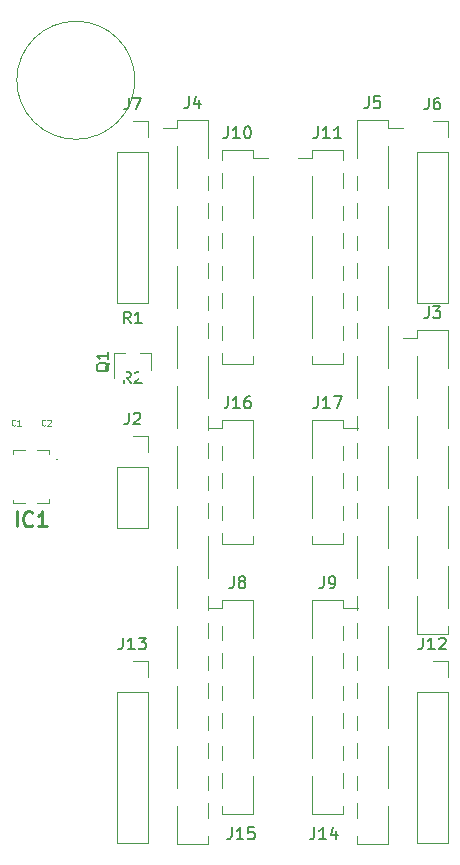
<source format=gto>
G04 #@! TF.GenerationSoftware,KiCad,Pcbnew,(5.1.4)-1*
G04 #@! TF.CreationDate,2021-07-20T22:26:21+09:00*
G04 #@! TF.ProjectId,UAV2021_ver3_panelizing,55415632-3032-4315-9f76-6572335f7061,rev?*
G04 #@! TF.SameCoordinates,Original*
G04 #@! TF.FileFunction,Legend,Top*
G04 #@! TF.FilePolarity,Positive*
%FSLAX46Y46*%
G04 Gerber Fmt 4.6, Leading zero omitted, Abs format (unit mm)*
G04 Created by KiCad (PCBNEW (5.1.4)-1) date 2021-07-20 22:26:21*
%MOMM*%
%LPD*%
G04 APERTURE LIST*
%ADD10C,0.120000*%
%ADD11C,0.100000*%
%ADD12C,0.150000*%
%ADD13C,0.254000*%
%ADD14R,2.002000X1.102000*%
%ADD15C,4.502000*%
%ADD16C,0.802000*%
%ADD17R,0.902000X1.002000*%
%ADD18C,0.692000*%
%ADD19O,1.802000X1.802000*%
%ADD20R,1.802000X1.802000*%
%ADD21R,0.352000X0.777000*%
%ADD22R,0.777000X0.352000*%
G04 APERTURE END LIST*
D10*
X-12500000Y34000000D02*
G75*
G03X-12500000Y34000000I-5000000J0D01*
G01*
X2480000Y-10000000D02*
X5140000Y-10000000D01*
X5140000Y-10000000D02*
X5140000Y-10670000D01*
X5140000Y-12190000D02*
X5140000Y-15750000D01*
X5140000Y-17270000D02*
X5140000Y-20830000D01*
X5140000Y-22350000D02*
X5140000Y-25910000D01*
X5140000Y-27430000D02*
X5140000Y-28100000D01*
X2480000Y-28100000D02*
X5140000Y-28100000D01*
X2480000Y-10000000D02*
X2480000Y-13210000D01*
X2480000Y-14730000D02*
X2480000Y-18290000D01*
X2480000Y-19810000D02*
X2480000Y-23370000D01*
X2480000Y-24890000D02*
X2480000Y-28100000D01*
X5140000Y-10670000D02*
X6350000Y-10670000D01*
X-5140000Y-10000000D02*
X-2480000Y-10000000D01*
X-2480000Y-10000000D02*
X-2480000Y-13210000D01*
X-2480000Y-14730000D02*
X-2480000Y-18290000D01*
X-2480000Y-19810000D02*
X-2480000Y-23370000D01*
X-2480000Y-24890000D02*
X-2480000Y-28100000D01*
X-5140000Y-28100000D02*
X-2480000Y-28100000D01*
X-5140000Y-10000000D02*
X-5140000Y-10670000D01*
X-5140000Y-12190000D02*
X-5140000Y-15750000D01*
X-5140000Y-17270000D02*
X-5140000Y-20830000D01*
X-5140000Y-22350000D02*
X-5140000Y-25910000D01*
X-5140000Y-27430000D02*
X-5140000Y-28100000D01*
X-6350000Y-10670000D02*
X-5140000Y-10670000D01*
X-5140000Y5240000D02*
X-2480000Y5240000D01*
X-2480000Y5240000D02*
X-2480000Y2030000D01*
X-2480000Y510000D02*
X-2480000Y-3050000D01*
X-2480000Y-4570000D02*
X-2480000Y-5240000D01*
X-5140000Y-5240000D02*
X-2480000Y-5240000D01*
X-5140000Y5240000D02*
X-5140000Y4570000D01*
X-5140000Y3050000D02*
X-5140000Y-510000D01*
X-5140000Y-2030000D02*
X-5140000Y-5240000D01*
X-6350000Y4570000D02*
X-5140000Y4570000D01*
X1270000Y27430000D02*
X2480000Y27430000D01*
X2480000Y10670000D02*
X2480000Y10000000D01*
X2480000Y15750000D02*
X2480000Y12190000D01*
X2480000Y20830000D02*
X2480000Y17270000D01*
X2480000Y25910000D02*
X2480000Y22350000D01*
X2480000Y28100000D02*
X2480000Y27430000D01*
X2480000Y10000000D02*
X5140000Y10000000D01*
X5140000Y13210000D02*
X5140000Y10000000D01*
X5140000Y18290000D02*
X5140000Y14730000D01*
X5140000Y23370000D02*
X5140000Y19810000D01*
X5140000Y28100000D02*
X5140000Y24890000D01*
X2480000Y28100000D02*
X5140000Y28100000D01*
X-11120000Y10920000D02*
X-12050000Y10920000D01*
X-14280000Y10920000D02*
X-13350000Y10920000D01*
X-14280000Y10920000D02*
X-14280000Y8760000D01*
X-11120000Y10920000D02*
X-11120000Y9460000D01*
X11370000Y12860000D02*
X14030000Y12860000D01*
X14030000Y12860000D02*
X14030000Y9650000D01*
X14030000Y8130000D02*
X14030000Y4570000D01*
X14030000Y3050000D02*
X14030000Y-510000D01*
X14030000Y-2030000D02*
X14030000Y-5590000D01*
X14030000Y-7110000D02*
X14030000Y-10670000D01*
X14030000Y-12190000D02*
X14030000Y-12860000D01*
X11370000Y-12860000D02*
X14030000Y-12860000D01*
X11370000Y12860000D02*
X11370000Y12190000D01*
X11370000Y10670000D02*
X11370000Y7110000D01*
X11370000Y5590000D02*
X11370000Y2030000D01*
X11370000Y510000D02*
X11370000Y-3050000D01*
X11370000Y-4570000D02*
X11370000Y-8130000D01*
X11370000Y-9650000D02*
X11370000Y-12860000D01*
X10160000Y12190000D02*
X11370000Y12190000D01*
X-12700000Y-15180000D02*
X-11370000Y-15180000D01*
X-11370000Y-15180000D02*
X-11370000Y-16510000D01*
X-11370000Y-17780000D02*
X-11370000Y-30540000D01*
X-14030000Y-30540000D02*
X-11370000Y-30540000D01*
X-14030000Y-17780000D02*
X-14030000Y-30540000D01*
X-14030000Y-17780000D02*
X-11370000Y-17780000D01*
X11370000Y-17780000D02*
X14030000Y-17780000D01*
X11370000Y-17780000D02*
X11370000Y-30540000D01*
X11370000Y-30540000D02*
X14030000Y-30540000D01*
X14030000Y-17780000D02*
X14030000Y-30540000D01*
X14030000Y-15180000D02*
X14030000Y-16510000D01*
X12700000Y-15180000D02*
X14030000Y-15180000D01*
X-14030000Y27940000D02*
X-11370000Y27940000D01*
X-14030000Y27940000D02*
X-14030000Y15180000D01*
X-14030000Y15180000D02*
X-11370000Y15180000D01*
X-11370000Y27940000D02*
X-11370000Y15180000D01*
X-11370000Y30540000D02*
X-11370000Y29210000D01*
X-12700000Y30540000D02*
X-11370000Y30540000D01*
X12700000Y30540000D02*
X14030000Y30540000D01*
X14030000Y30540000D02*
X14030000Y29210000D01*
X14030000Y27940000D02*
X14030000Y15180000D01*
X11370000Y15180000D02*
X14030000Y15180000D01*
X11370000Y27940000D02*
X11370000Y15180000D01*
X11370000Y27940000D02*
X14030000Y27940000D01*
X-14030000Y1270000D02*
X-11370000Y1270000D01*
X-14030000Y1270000D02*
X-14030000Y-3870000D01*
X-14030000Y-3870000D02*
X-11370000Y-3870000D01*
X-11370000Y1270000D02*
X-11370000Y-3870000D01*
X-11370000Y3870000D02*
X-11370000Y2540000D01*
X-12700000Y3870000D02*
X-11370000Y3870000D01*
X6290000Y30640000D02*
X8950000Y30640000D01*
X8950000Y30640000D02*
X8950000Y29970000D01*
X8950000Y28450000D02*
X8950000Y24890000D01*
X8950000Y23370000D02*
X8950000Y19810000D01*
X8950000Y18290000D02*
X8950000Y14730000D01*
X8950000Y13210000D02*
X8950000Y9650000D01*
X8950000Y8130000D02*
X8950000Y4570000D01*
X8950000Y3050000D02*
X8950000Y-510000D01*
X8950000Y-2030000D02*
X8950000Y-5590000D01*
X8950000Y-7110000D02*
X8950000Y-10670000D01*
X8950000Y-12190000D02*
X8950000Y-15750000D01*
X8950000Y-17270000D02*
X8950000Y-20830000D01*
X8950000Y-22350000D02*
X8950000Y-25910000D01*
X8950000Y-27430000D02*
X8950000Y-30640000D01*
X6290000Y-30640000D02*
X8950000Y-30640000D01*
X6290000Y30640000D02*
X6290000Y27430000D01*
X6290000Y25910000D02*
X6290000Y22350000D01*
X6290000Y20830000D02*
X6290000Y17270000D01*
X6290000Y15750000D02*
X6290000Y12190000D01*
X6290000Y10670000D02*
X6290000Y7110000D01*
X6290000Y5590000D02*
X6290000Y2030000D01*
X6290000Y510000D02*
X6290000Y-3050000D01*
X6290000Y-4570000D02*
X6290000Y-8130000D01*
X6290000Y-9650000D02*
X6290000Y-13210000D01*
X6290000Y-14730000D02*
X6290000Y-18290000D01*
X6290000Y-19810000D02*
X6290000Y-23370000D01*
X6290000Y-24890000D02*
X6290000Y-28450000D01*
X6290000Y-29970000D02*
X6290000Y-30640000D01*
X8950000Y29970000D02*
X10160000Y29970000D01*
X-2480000Y27430000D02*
X-1270000Y27430000D01*
X-5140000Y13210000D02*
X-5140000Y10000000D01*
X-5140000Y18290000D02*
X-5140000Y14730000D01*
X-5140000Y23370000D02*
X-5140000Y19810000D01*
X-5140000Y28100000D02*
X-5140000Y24890000D01*
X-5140000Y10000000D02*
X-2480000Y10000000D01*
X-2480000Y10670000D02*
X-2480000Y10000000D01*
X-2480000Y15750000D02*
X-2480000Y12190000D01*
X-2480000Y20830000D02*
X-2480000Y17270000D01*
X-2480000Y25910000D02*
X-2480000Y22350000D01*
X-2480000Y28100000D02*
X-2480000Y27430000D01*
X-5140000Y28100000D02*
X-2480000Y28100000D01*
X-10160000Y29970000D02*
X-8950000Y29970000D01*
X-8950000Y-27430000D02*
X-8950000Y-30640000D01*
X-8950000Y-22350000D02*
X-8950000Y-25910000D01*
X-8950000Y-17270000D02*
X-8950000Y-20830000D01*
X-8950000Y-12190000D02*
X-8950000Y-15750000D01*
X-8950000Y-7110000D02*
X-8950000Y-10670000D01*
X-8950000Y-2030000D02*
X-8950000Y-5590000D01*
X-8950000Y3050000D02*
X-8950000Y-510000D01*
X-8950000Y8130000D02*
X-8950000Y4570000D01*
X-8950000Y13210000D02*
X-8950000Y9650000D01*
X-8950000Y18290000D02*
X-8950000Y14730000D01*
X-8950000Y23370000D02*
X-8950000Y19810000D01*
X-8950000Y28450000D02*
X-8950000Y24890000D01*
X-8950000Y30640000D02*
X-8950000Y29970000D01*
X-8950000Y-30640000D02*
X-6290000Y-30640000D01*
X-6290000Y-29970000D02*
X-6290000Y-30640000D01*
X-6290000Y-24890000D02*
X-6290000Y-28450000D01*
X-6290000Y-19810000D02*
X-6290000Y-23370000D01*
X-6290000Y-14730000D02*
X-6290000Y-18290000D01*
X-6290000Y-9650000D02*
X-6290000Y-13210000D01*
X-6290000Y-4570000D02*
X-6290000Y-8130000D01*
X-6290000Y510000D02*
X-6290000Y-3050000D01*
X-6290000Y5590000D02*
X-6290000Y2030000D01*
X-6290000Y10670000D02*
X-6290000Y7110000D01*
X-6290000Y15750000D02*
X-6290000Y12190000D01*
X-6290000Y20830000D02*
X-6290000Y17270000D01*
X-6290000Y25910000D02*
X-6290000Y22350000D01*
X-6290000Y30640000D02*
X-6290000Y27430000D01*
X-8950000Y30640000D02*
X-6290000Y30640000D01*
X2480000Y5240000D02*
X5140000Y5240000D01*
X5140000Y5240000D02*
X5140000Y4570000D01*
X5140000Y3050000D02*
X5140000Y-510000D01*
X5140000Y-2030000D02*
X5140000Y-5240000D01*
X2480000Y-5240000D02*
X5140000Y-5240000D01*
X2480000Y5240000D02*
X2480000Y2030000D01*
X2480000Y510000D02*
X2480000Y-3050000D01*
X2480000Y-4570000D02*
X2480000Y-5240000D01*
X5140000Y4570000D02*
X6350000Y4570000D01*
D11*
X-19180000Y1920000D02*
G75*
G03X-19080000Y1920000I50000J0D01*
G01*
X-19080000Y1920000D02*
G75*
G03X-19180000Y1920000I-50000J0D01*
G01*
X-19080000Y1920000D02*
X-19080000Y1920000D01*
X-19180000Y1920000D02*
X-19180000Y1920000D01*
X-19780000Y-1830000D02*
X-20780000Y-1830000D01*
X-19780000Y-1495000D02*
X-19780000Y-1830000D01*
X-19780000Y2670000D02*
X-19780000Y2335000D01*
X-20780000Y2670000D02*
X-19780000Y2670000D01*
X-22780000Y-1830000D02*
X-21780000Y-1830000D01*
X-22780000Y-1580000D02*
X-22780000Y-1830000D01*
X-21780000Y2670000D02*
X-21780000Y2670000D01*
X-22780000Y2670000D02*
X-21780000Y2670000D01*
X-22780000Y2335000D02*
X-22780000Y2670000D01*
D12*
X3476666Y-8012380D02*
X3476666Y-8726666D01*
X3429047Y-8869523D01*
X3333809Y-8964761D01*
X3190952Y-9012380D01*
X3095714Y-9012380D01*
X4000476Y-9012380D02*
X4190952Y-9012380D01*
X4286190Y-8964761D01*
X4333809Y-8917142D01*
X4429047Y-8774285D01*
X4476666Y-8583809D01*
X4476666Y-8202857D01*
X4429047Y-8107619D01*
X4381428Y-8060000D01*
X4286190Y-8012380D01*
X4095714Y-8012380D01*
X4000476Y-8060000D01*
X3952857Y-8107619D01*
X3905238Y-8202857D01*
X3905238Y-8440952D01*
X3952857Y-8536190D01*
X4000476Y-8583809D01*
X4095714Y-8631428D01*
X4286190Y-8631428D01*
X4381428Y-8583809D01*
X4429047Y-8536190D01*
X4476666Y-8440952D01*
X-4143333Y-8012380D02*
X-4143333Y-8726666D01*
X-4190952Y-8869523D01*
X-4286190Y-8964761D01*
X-4429047Y-9012380D01*
X-4524285Y-9012380D01*
X-3524285Y-8440952D02*
X-3619523Y-8393333D01*
X-3667142Y-8345714D01*
X-3714761Y-8250476D01*
X-3714761Y-8202857D01*
X-3667142Y-8107619D01*
X-3619523Y-8060000D01*
X-3524285Y-8012380D01*
X-3333809Y-8012380D01*
X-3238571Y-8060000D01*
X-3190952Y-8107619D01*
X-3143333Y-8202857D01*
X-3143333Y-8250476D01*
X-3190952Y-8345714D01*
X-3238571Y-8393333D01*
X-3333809Y-8440952D01*
X-3524285Y-8440952D01*
X-3619523Y-8488571D01*
X-3667142Y-8536190D01*
X-3714761Y-8631428D01*
X-3714761Y-8821904D01*
X-3667142Y-8917142D01*
X-3619523Y-8964761D01*
X-3524285Y-9012380D01*
X-3333809Y-9012380D01*
X-3238571Y-8964761D01*
X-3190952Y-8917142D01*
X-3143333Y-8821904D01*
X-3143333Y-8631428D01*
X-3190952Y-8536190D01*
X-3238571Y-8488571D01*
X-3333809Y-8440952D01*
X-4619523Y7227619D02*
X-4619523Y6513333D01*
X-4667142Y6370476D01*
X-4762380Y6275238D01*
X-4905238Y6227619D01*
X-5000476Y6227619D01*
X-3619523Y6227619D02*
X-4190952Y6227619D01*
X-3905238Y6227619D02*
X-3905238Y7227619D01*
X-4000476Y7084761D01*
X-4095714Y6989523D01*
X-4190952Y6941904D01*
X-2762380Y7227619D02*
X-2952857Y7227619D01*
X-3048095Y7180000D01*
X-3095714Y7132380D01*
X-3190952Y6989523D01*
X-3238571Y6799047D01*
X-3238571Y6418095D01*
X-3190952Y6322857D01*
X-3143333Y6275238D01*
X-3048095Y6227619D01*
X-2857619Y6227619D01*
X-2762380Y6275238D01*
X-2714761Y6322857D01*
X-2667142Y6418095D01*
X-2667142Y6656190D01*
X-2714761Y6751428D01*
X-2762380Y6799047D01*
X-2857619Y6846666D01*
X-3048095Y6846666D01*
X-3143333Y6799047D01*
X-3190952Y6751428D01*
X-3238571Y6656190D01*
X3000476Y30087619D02*
X3000476Y29373333D01*
X2952857Y29230476D01*
X2857619Y29135238D01*
X2714761Y29087619D01*
X2619523Y29087619D01*
X4000476Y29087619D02*
X3429047Y29087619D01*
X3714761Y29087619D02*
X3714761Y30087619D01*
X3619523Y29944761D01*
X3524285Y29849523D01*
X3429047Y29801904D01*
X4952857Y29087619D02*
X4381428Y29087619D01*
X4667142Y29087619D02*
X4667142Y30087619D01*
X4571904Y29944761D01*
X4476666Y29849523D01*
X4381428Y29801904D01*
X-4309523Y-29252380D02*
X-4309523Y-29966666D01*
X-4357142Y-30109523D01*
X-4452380Y-30204761D01*
X-4595238Y-30252380D01*
X-4690476Y-30252380D01*
X-3309523Y-30252380D02*
X-3880952Y-30252380D01*
X-3595238Y-30252380D02*
X-3595238Y-29252380D01*
X-3690476Y-29395238D01*
X-3785714Y-29490476D01*
X-3880952Y-29538095D01*
X-2404761Y-29252380D02*
X-2880952Y-29252380D01*
X-2928571Y-29728571D01*
X-2880952Y-29680952D01*
X-2785714Y-29633333D01*
X-2547619Y-29633333D01*
X-2452380Y-29680952D01*
X-2404761Y-29728571D01*
X-2357142Y-29823809D01*
X-2357142Y-30061904D01*
X-2404761Y-30157142D01*
X-2452380Y-30204761D01*
X-2547619Y-30252380D01*
X-2785714Y-30252380D01*
X-2880952Y-30204761D01*
X-2928571Y-30157142D01*
X2690476Y-29252380D02*
X2690476Y-29966666D01*
X2642857Y-30109523D01*
X2547619Y-30204761D01*
X2404761Y-30252380D01*
X2309523Y-30252380D01*
X3690476Y-30252380D02*
X3119047Y-30252380D01*
X3404761Y-30252380D02*
X3404761Y-29252380D01*
X3309523Y-29395238D01*
X3214285Y-29490476D01*
X3119047Y-29538095D01*
X4547619Y-29585714D02*
X4547619Y-30252380D01*
X4309523Y-29204761D02*
X4071428Y-29919047D01*
X4690476Y-29919047D01*
X-14652380Y10064761D02*
X-14700000Y9969523D01*
X-14795238Y9874285D01*
X-14938095Y9731428D01*
X-14985714Y9636190D01*
X-14985714Y9540952D01*
X-14747619Y9588571D02*
X-14795238Y9493333D01*
X-14890476Y9398095D01*
X-15080952Y9350476D01*
X-15414285Y9350476D01*
X-15604761Y9398095D01*
X-15700000Y9493333D01*
X-15747619Y9588571D01*
X-15747619Y9779047D01*
X-15700000Y9874285D01*
X-15604761Y9969523D01*
X-15414285Y10017142D01*
X-15080952Y10017142D01*
X-14890476Y9969523D01*
X-14795238Y9874285D01*
X-14747619Y9779047D01*
X-14747619Y9588571D01*
X-14747619Y10969523D02*
X-14747619Y10398095D01*
X-14747619Y10683809D02*
X-15747619Y10683809D01*
X-15604761Y10588571D01*
X-15509523Y10493333D01*
X-15461904Y10398095D01*
X12366666Y14847619D02*
X12366666Y14133333D01*
X12319047Y13990476D01*
X12223809Y13895238D01*
X12080952Y13847619D01*
X11985714Y13847619D01*
X12747619Y14847619D02*
X13366666Y14847619D01*
X13033333Y14466666D01*
X13176190Y14466666D01*
X13271428Y14419047D01*
X13319047Y14371428D01*
X13366666Y14276190D01*
X13366666Y14038095D01*
X13319047Y13942857D01*
X13271428Y13895238D01*
X13176190Y13847619D01*
X12890476Y13847619D01*
X12795238Y13895238D01*
X12747619Y13942857D01*
X-12866666Y8337619D02*
X-13200000Y8813809D01*
X-13438095Y8337619D02*
X-13438095Y9337619D01*
X-13057142Y9337619D01*
X-12961904Y9290000D01*
X-12914285Y9242380D01*
X-12866666Y9147142D01*
X-12866666Y9004285D01*
X-12914285Y8909047D01*
X-12961904Y8861428D01*
X-13057142Y8813809D01*
X-13438095Y8813809D01*
X-12485714Y9242380D02*
X-12438095Y9290000D01*
X-12342857Y9337619D01*
X-12104761Y9337619D01*
X-12009523Y9290000D01*
X-11961904Y9242380D01*
X-11914285Y9147142D01*
X-11914285Y9051904D01*
X-11961904Y8909047D01*
X-12533333Y8337619D01*
X-11914285Y8337619D01*
X-12866666Y13417619D02*
X-13200000Y13893809D01*
X-13438095Y13417619D02*
X-13438095Y14417619D01*
X-13057142Y14417619D01*
X-12961904Y14370000D01*
X-12914285Y14322380D01*
X-12866666Y14227142D01*
X-12866666Y14084285D01*
X-12914285Y13989047D01*
X-12961904Y13941428D01*
X-13057142Y13893809D01*
X-13438095Y13893809D01*
X-11914285Y13417619D02*
X-12485714Y13417619D01*
X-12200000Y13417619D02*
X-12200000Y14417619D01*
X-12295238Y14274761D01*
X-12390476Y14179523D01*
X-12485714Y14131904D01*
X-13509523Y-13192380D02*
X-13509523Y-13906666D01*
X-13557142Y-14049523D01*
X-13652380Y-14144761D01*
X-13795238Y-14192380D01*
X-13890476Y-14192380D01*
X-12509523Y-14192380D02*
X-13080952Y-14192380D01*
X-12795238Y-14192380D02*
X-12795238Y-13192380D01*
X-12890476Y-13335238D01*
X-12985714Y-13430476D01*
X-13080952Y-13478095D01*
X-12176190Y-13192380D02*
X-11557142Y-13192380D01*
X-11890476Y-13573333D01*
X-11747619Y-13573333D01*
X-11652380Y-13620952D01*
X-11604761Y-13668571D01*
X-11557142Y-13763809D01*
X-11557142Y-14001904D01*
X-11604761Y-14097142D01*
X-11652380Y-14144761D01*
X-11747619Y-14192380D01*
X-12033333Y-14192380D01*
X-12128571Y-14144761D01*
X-12176190Y-14097142D01*
X11890476Y-13192380D02*
X11890476Y-13906666D01*
X11842857Y-14049523D01*
X11747619Y-14144761D01*
X11604761Y-14192380D01*
X11509523Y-14192380D01*
X12890476Y-14192380D02*
X12319047Y-14192380D01*
X12604761Y-14192380D02*
X12604761Y-13192380D01*
X12509523Y-13335238D01*
X12414285Y-13430476D01*
X12319047Y-13478095D01*
X13271428Y-13287619D02*
X13319047Y-13240000D01*
X13414285Y-13192380D01*
X13652380Y-13192380D01*
X13747619Y-13240000D01*
X13795238Y-13287619D01*
X13842857Y-13382857D01*
X13842857Y-13478095D01*
X13795238Y-13620952D01*
X13223809Y-14192380D01*
X13842857Y-14192380D01*
X-13033333Y32527619D02*
X-13033333Y31813333D01*
X-13080952Y31670476D01*
X-13176190Y31575238D01*
X-13319047Y31527619D01*
X-13414285Y31527619D01*
X-12652380Y32527619D02*
X-11985714Y32527619D01*
X-12414285Y31527619D01*
X12366666Y32527619D02*
X12366666Y31813333D01*
X12319047Y31670476D01*
X12223809Y31575238D01*
X12080952Y31527619D01*
X11985714Y31527619D01*
X13271428Y32527619D02*
X13080952Y32527619D01*
X12985714Y32480000D01*
X12938095Y32432380D01*
X12842857Y32289523D01*
X12795238Y32099047D01*
X12795238Y31718095D01*
X12842857Y31622857D01*
X12890476Y31575238D01*
X12985714Y31527619D01*
X13176190Y31527619D01*
X13271428Y31575238D01*
X13319047Y31622857D01*
X13366666Y31718095D01*
X13366666Y31956190D01*
X13319047Y32051428D01*
X13271428Y32099047D01*
X13176190Y32146666D01*
X12985714Y32146666D01*
X12890476Y32099047D01*
X12842857Y32051428D01*
X12795238Y31956190D01*
X-13033333Y5857619D02*
X-13033333Y5143333D01*
X-13080952Y5000476D01*
X-13176190Y4905238D01*
X-13319047Y4857619D01*
X-13414285Y4857619D01*
X-12604761Y5762380D02*
X-12557142Y5810000D01*
X-12461904Y5857619D01*
X-12223809Y5857619D01*
X-12128571Y5810000D01*
X-12080952Y5762380D01*
X-12033333Y5667142D01*
X-12033333Y5571904D01*
X-12080952Y5429047D01*
X-12652380Y4857619D01*
X-12033333Y4857619D01*
X7286666Y32627619D02*
X7286666Y31913333D01*
X7239047Y31770476D01*
X7143809Y31675238D01*
X7000952Y31627619D01*
X6905714Y31627619D01*
X8239047Y32627619D02*
X7762857Y32627619D01*
X7715238Y32151428D01*
X7762857Y32199047D01*
X7858095Y32246666D01*
X8096190Y32246666D01*
X8191428Y32199047D01*
X8239047Y32151428D01*
X8286666Y32056190D01*
X8286666Y31818095D01*
X8239047Y31722857D01*
X8191428Y31675238D01*
X8096190Y31627619D01*
X7858095Y31627619D01*
X7762857Y31675238D01*
X7715238Y31722857D01*
X-4619523Y30087619D02*
X-4619523Y29373333D01*
X-4667142Y29230476D01*
X-4762380Y29135238D01*
X-4905238Y29087619D01*
X-5000476Y29087619D01*
X-3619523Y29087619D02*
X-4190952Y29087619D01*
X-3905238Y29087619D02*
X-3905238Y30087619D01*
X-4000476Y29944761D01*
X-4095714Y29849523D01*
X-4190952Y29801904D01*
X-3000476Y30087619D02*
X-2905238Y30087619D01*
X-2810000Y30040000D01*
X-2762380Y29992380D01*
X-2714761Y29897142D01*
X-2667142Y29706666D01*
X-2667142Y29468571D01*
X-2714761Y29278095D01*
X-2762380Y29182857D01*
X-2810000Y29135238D01*
X-2905238Y29087619D01*
X-3000476Y29087619D01*
X-3095714Y29135238D01*
X-3143333Y29182857D01*
X-3190952Y29278095D01*
X-3238571Y29468571D01*
X-3238571Y29706666D01*
X-3190952Y29897142D01*
X-3143333Y29992380D01*
X-3095714Y30040000D01*
X-3000476Y30087619D01*
X-7953333Y32627619D02*
X-7953333Y31913333D01*
X-8000952Y31770476D01*
X-8096190Y31675238D01*
X-8239047Y31627619D01*
X-8334285Y31627619D01*
X-7048571Y32294285D02*
X-7048571Y31627619D01*
X-7286666Y32675238D02*
X-7524761Y31960952D01*
X-6905714Y31960952D01*
X3000476Y7227619D02*
X3000476Y6513333D01*
X2952857Y6370476D01*
X2857619Y6275238D01*
X2714761Y6227619D01*
X2619523Y6227619D01*
X4000476Y6227619D02*
X3429047Y6227619D01*
X3714761Y6227619D02*
X3714761Y7227619D01*
X3619523Y7084761D01*
X3524285Y6989523D01*
X3429047Y6941904D01*
X4333809Y7227619D02*
X5000476Y7227619D01*
X4571904Y6227619D01*
D13*
X-22519761Y-3774023D02*
X-22519761Y-2504023D01*
X-21189285Y-3653071D02*
X-21249761Y-3713547D01*
X-21431190Y-3774023D01*
X-21552142Y-3774023D01*
X-21733571Y-3713547D01*
X-21854523Y-3592595D01*
X-21915000Y-3471642D01*
X-21975476Y-3229738D01*
X-21975476Y-3048309D01*
X-21915000Y-2806404D01*
X-21854523Y-2685452D01*
X-21733571Y-2564500D01*
X-21552142Y-2504023D01*
X-21431190Y-2504023D01*
X-21249761Y-2564500D01*
X-21189285Y-2624976D01*
X-19979761Y-3774023D02*
X-20705476Y-3774023D01*
X-20342619Y-3774023D02*
X-20342619Y-2504023D01*
X-20463571Y-2685452D01*
X-20584523Y-2806404D01*
X-20705476Y-2866880D01*
D11*
X-20093333Y4813428D02*
X-20117142Y4789619D01*
X-20188571Y4765809D01*
X-20236190Y4765809D01*
X-20307619Y4789619D01*
X-20355238Y4837238D01*
X-20379047Y4884857D01*
X-20402857Y4980095D01*
X-20402857Y5051523D01*
X-20379047Y5146761D01*
X-20355238Y5194380D01*
X-20307619Y5242000D01*
X-20236190Y5265809D01*
X-20188571Y5265809D01*
X-20117142Y5242000D01*
X-20093333Y5218190D01*
X-19902857Y5218190D02*
X-19879047Y5242000D01*
X-19831428Y5265809D01*
X-19712380Y5265809D01*
X-19664761Y5242000D01*
X-19640952Y5218190D01*
X-19617142Y5170571D01*
X-19617142Y5122952D01*
X-19640952Y5051523D01*
X-19926666Y4765809D01*
X-19617142Y4765809D01*
X-22633333Y4813428D02*
X-22657142Y4789619D01*
X-22728571Y4765809D01*
X-22776190Y4765809D01*
X-22847619Y4789619D01*
X-22895238Y4837238D01*
X-22919047Y4884857D01*
X-22942857Y4980095D01*
X-22942857Y5051523D01*
X-22919047Y5146761D01*
X-22895238Y5194380D01*
X-22847619Y5242000D01*
X-22776190Y5265809D01*
X-22728571Y5265809D01*
X-22657142Y5242000D01*
X-22633333Y5218190D01*
X-22157142Y4765809D02*
X-22442857Y4765809D01*
X-22300000Y4765809D02*
X-22300000Y5265809D01*
X-22347619Y5194380D01*
X-22395238Y5146761D01*
X-22442857Y5122952D01*
%LPC*%
D14*
X2160000Y-13970000D03*
X2160000Y-19050000D03*
X2160000Y-24130000D03*
X5460000Y-11430000D03*
X5460000Y-16510000D03*
X5460000Y-21590000D03*
X5460000Y-26670000D03*
X-5460000Y-11430000D03*
X-5460000Y-16510000D03*
X-5460000Y-21590000D03*
X-5460000Y-26670000D03*
X-2160000Y-13970000D03*
X-2160000Y-19050000D03*
X-2160000Y-24130000D03*
X-5460000Y3810000D03*
X-5460000Y-1270000D03*
X-2160000Y1270000D03*
X-2160000Y-3810000D03*
X5460000Y13970000D03*
X5460000Y19050000D03*
X5460000Y24130000D03*
X2160000Y11430000D03*
X2160000Y16510000D03*
X2160000Y21590000D03*
X2160000Y26670000D03*
D15*
X-3500000Y-33000000D03*
D16*
X-1850000Y-33000000D03*
X-2333274Y-34166726D03*
X-3500000Y-34650000D03*
X-4666726Y-34166726D03*
X-5150000Y-33000000D03*
X-4666726Y-31833274D03*
X-3500000Y-31350000D03*
X-2333274Y-31833274D03*
D15*
X3500000Y-33000000D03*
D16*
X5150000Y-33000000D03*
X4666726Y-34166726D03*
X3500000Y-34650000D03*
X2333274Y-34166726D03*
X1850000Y-33000000D03*
X2333274Y-31833274D03*
X3500000Y-31350000D03*
X4666726Y-31833274D03*
D17*
X-13650000Y9160000D03*
X-11750000Y9160000D03*
X-12700000Y11160000D03*
D14*
X11050000Y11430000D03*
X11050000Y6350000D03*
X11050000Y1270000D03*
X11050000Y-3810000D03*
X11050000Y-8890000D03*
X14350000Y8890000D03*
X14350000Y3810000D03*
X14350000Y-1270000D03*
X14350000Y-6350000D03*
X14350000Y-11430000D03*
D11*
G36*
X-12995043Y7990167D02*
G01*
X-12978249Y7987676D01*
X-12961781Y7983551D01*
X-12945796Y7977831D01*
X-12930448Y7970572D01*
X-12915886Y7961844D01*
X-12902250Y7951731D01*
X-12889671Y7940329D01*
X-12878269Y7927750D01*
X-12868156Y7914114D01*
X-12859428Y7899552D01*
X-12852169Y7884204D01*
X-12846449Y7868219D01*
X-12842324Y7851751D01*
X-12839833Y7834957D01*
X-12839000Y7818000D01*
X-12839000Y7422000D01*
X-12839833Y7405043D01*
X-12842324Y7388249D01*
X-12846449Y7371781D01*
X-12852169Y7355796D01*
X-12859428Y7340448D01*
X-12868156Y7325886D01*
X-12878269Y7312250D01*
X-12889671Y7299671D01*
X-12902250Y7288269D01*
X-12915886Y7278156D01*
X-12930448Y7269428D01*
X-12945796Y7262169D01*
X-12961781Y7256449D01*
X-12978249Y7252324D01*
X-12995043Y7249833D01*
X-13012000Y7249000D01*
X-13358000Y7249000D01*
X-13374957Y7249833D01*
X-13391751Y7252324D01*
X-13408219Y7256449D01*
X-13424204Y7262169D01*
X-13439552Y7269428D01*
X-13454114Y7278156D01*
X-13467750Y7288269D01*
X-13480329Y7299671D01*
X-13491731Y7312250D01*
X-13501844Y7325886D01*
X-13510572Y7340448D01*
X-13517831Y7355796D01*
X-13523551Y7371781D01*
X-13527676Y7388249D01*
X-13530167Y7405043D01*
X-13531000Y7422000D01*
X-13531000Y7818000D01*
X-13530167Y7834957D01*
X-13527676Y7851751D01*
X-13523551Y7868219D01*
X-13517831Y7884204D01*
X-13510572Y7899552D01*
X-13501844Y7914114D01*
X-13491731Y7927750D01*
X-13480329Y7940329D01*
X-13467750Y7951731D01*
X-13454114Y7961844D01*
X-13439552Y7970572D01*
X-13424204Y7977831D01*
X-13408219Y7983551D01*
X-13391751Y7987676D01*
X-13374957Y7990167D01*
X-13358000Y7991000D01*
X-13012000Y7991000D01*
X-12995043Y7990167D01*
X-12995043Y7990167D01*
G37*
D18*
X-13185000Y7620000D03*
D11*
G36*
X-12025043Y7990167D02*
G01*
X-12008249Y7987676D01*
X-11991781Y7983551D01*
X-11975796Y7977831D01*
X-11960448Y7970572D01*
X-11945886Y7961844D01*
X-11932250Y7951731D01*
X-11919671Y7940329D01*
X-11908269Y7927750D01*
X-11898156Y7914114D01*
X-11889428Y7899552D01*
X-11882169Y7884204D01*
X-11876449Y7868219D01*
X-11872324Y7851751D01*
X-11869833Y7834957D01*
X-11869000Y7818000D01*
X-11869000Y7422000D01*
X-11869833Y7405043D01*
X-11872324Y7388249D01*
X-11876449Y7371781D01*
X-11882169Y7355796D01*
X-11889428Y7340448D01*
X-11898156Y7325886D01*
X-11908269Y7312250D01*
X-11919671Y7299671D01*
X-11932250Y7288269D01*
X-11945886Y7278156D01*
X-11960448Y7269428D01*
X-11975796Y7262169D01*
X-11991781Y7256449D01*
X-12008249Y7252324D01*
X-12025043Y7249833D01*
X-12042000Y7249000D01*
X-12388000Y7249000D01*
X-12404957Y7249833D01*
X-12421751Y7252324D01*
X-12438219Y7256449D01*
X-12454204Y7262169D01*
X-12469552Y7269428D01*
X-12484114Y7278156D01*
X-12497750Y7288269D01*
X-12510329Y7299671D01*
X-12521731Y7312250D01*
X-12531844Y7325886D01*
X-12540572Y7340448D01*
X-12547831Y7355796D01*
X-12553551Y7371781D01*
X-12557676Y7388249D01*
X-12560167Y7405043D01*
X-12561000Y7422000D01*
X-12561000Y7818000D01*
X-12560167Y7834957D01*
X-12557676Y7851751D01*
X-12553551Y7868219D01*
X-12547831Y7884204D01*
X-12540572Y7899552D01*
X-12531844Y7914114D01*
X-12521731Y7927750D01*
X-12510329Y7940329D01*
X-12497750Y7951731D01*
X-12484114Y7961844D01*
X-12469552Y7970572D01*
X-12454204Y7977831D01*
X-12438219Y7983551D01*
X-12421751Y7987676D01*
X-12404957Y7990167D01*
X-12388000Y7991000D01*
X-12042000Y7991000D01*
X-12025043Y7990167D01*
X-12025043Y7990167D01*
G37*
D18*
X-12215000Y7620000D03*
D11*
G36*
X-12025043Y13070167D02*
G01*
X-12008249Y13067676D01*
X-11991781Y13063551D01*
X-11975796Y13057831D01*
X-11960448Y13050572D01*
X-11945886Y13041844D01*
X-11932250Y13031731D01*
X-11919671Y13020329D01*
X-11908269Y13007750D01*
X-11898156Y12994114D01*
X-11889428Y12979552D01*
X-11882169Y12964204D01*
X-11876449Y12948219D01*
X-11872324Y12931751D01*
X-11869833Y12914957D01*
X-11869000Y12898000D01*
X-11869000Y12502000D01*
X-11869833Y12485043D01*
X-11872324Y12468249D01*
X-11876449Y12451781D01*
X-11882169Y12435796D01*
X-11889428Y12420448D01*
X-11898156Y12405886D01*
X-11908269Y12392250D01*
X-11919671Y12379671D01*
X-11932250Y12368269D01*
X-11945886Y12358156D01*
X-11960448Y12349428D01*
X-11975796Y12342169D01*
X-11991781Y12336449D01*
X-12008249Y12332324D01*
X-12025043Y12329833D01*
X-12042000Y12329000D01*
X-12388000Y12329000D01*
X-12404957Y12329833D01*
X-12421751Y12332324D01*
X-12438219Y12336449D01*
X-12454204Y12342169D01*
X-12469552Y12349428D01*
X-12484114Y12358156D01*
X-12497750Y12368269D01*
X-12510329Y12379671D01*
X-12521731Y12392250D01*
X-12531844Y12405886D01*
X-12540572Y12420448D01*
X-12547831Y12435796D01*
X-12553551Y12451781D01*
X-12557676Y12468249D01*
X-12560167Y12485043D01*
X-12561000Y12502000D01*
X-12561000Y12898000D01*
X-12560167Y12914957D01*
X-12557676Y12931751D01*
X-12553551Y12948219D01*
X-12547831Y12964204D01*
X-12540572Y12979552D01*
X-12531844Y12994114D01*
X-12521731Y13007750D01*
X-12510329Y13020329D01*
X-12497750Y13031731D01*
X-12484114Y13041844D01*
X-12469552Y13050572D01*
X-12454204Y13057831D01*
X-12438219Y13063551D01*
X-12421751Y13067676D01*
X-12404957Y13070167D01*
X-12388000Y13071000D01*
X-12042000Y13071000D01*
X-12025043Y13070167D01*
X-12025043Y13070167D01*
G37*
D18*
X-12215000Y12700000D03*
D11*
G36*
X-12995043Y13070167D02*
G01*
X-12978249Y13067676D01*
X-12961781Y13063551D01*
X-12945796Y13057831D01*
X-12930448Y13050572D01*
X-12915886Y13041844D01*
X-12902250Y13031731D01*
X-12889671Y13020329D01*
X-12878269Y13007750D01*
X-12868156Y12994114D01*
X-12859428Y12979552D01*
X-12852169Y12964204D01*
X-12846449Y12948219D01*
X-12842324Y12931751D01*
X-12839833Y12914957D01*
X-12839000Y12898000D01*
X-12839000Y12502000D01*
X-12839833Y12485043D01*
X-12842324Y12468249D01*
X-12846449Y12451781D01*
X-12852169Y12435796D01*
X-12859428Y12420448D01*
X-12868156Y12405886D01*
X-12878269Y12392250D01*
X-12889671Y12379671D01*
X-12902250Y12368269D01*
X-12915886Y12358156D01*
X-12930448Y12349428D01*
X-12945796Y12342169D01*
X-12961781Y12336449D01*
X-12978249Y12332324D01*
X-12995043Y12329833D01*
X-13012000Y12329000D01*
X-13358000Y12329000D01*
X-13374957Y12329833D01*
X-13391751Y12332324D01*
X-13408219Y12336449D01*
X-13424204Y12342169D01*
X-13439552Y12349428D01*
X-13454114Y12358156D01*
X-13467750Y12368269D01*
X-13480329Y12379671D01*
X-13491731Y12392250D01*
X-13501844Y12405886D01*
X-13510572Y12420448D01*
X-13517831Y12435796D01*
X-13523551Y12451781D01*
X-13527676Y12468249D01*
X-13530167Y12485043D01*
X-13531000Y12502000D01*
X-13531000Y12898000D01*
X-13530167Y12914957D01*
X-13527676Y12931751D01*
X-13523551Y12948219D01*
X-13517831Y12964204D01*
X-13510572Y12979552D01*
X-13501844Y12994114D01*
X-13491731Y13007750D01*
X-13480329Y13020329D01*
X-13467750Y13031731D01*
X-13454114Y13041844D01*
X-13439552Y13050572D01*
X-13424204Y13057831D01*
X-13408219Y13063551D01*
X-13391751Y13067676D01*
X-13374957Y13070167D01*
X-13358000Y13071000D01*
X-13012000Y13071000D01*
X-12995043Y13070167D01*
X-12995043Y13070167D01*
G37*
D18*
X-13185000Y12700000D03*
D19*
X-12700000Y-29210000D03*
X-12700000Y-26670000D03*
X-12700000Y-24130000D03*
X-12700000Y-21590000D03*
X-12700000Y-19050000D03*
D20*
X-12700000Y-16510000D03*
X12700000Y-16510000D03*
D19*
X12700000Y-19050000D03*
X12700000Y-21590000D03*
X12700000Y-24130000D03*
X12700000Y-26670000D03*
X12700000Y-29210000D03*
D20*
X-12700000Y29210000D03*
D19*
X-12700000Y26670000D03*
X-12700000Y24130000D03*
X-12700000Y21590000D03*
X-12700000Y19050000D03*
X-12700000Y16510000D03*
X12700000Y16510000D03*
X12700000Y19050000D03*
X12700000Y21590000D03*
X12700000Y24130000D03*
X12700000Y26670000D03*
D20*
X12700000Y29210000D03*
X-12700000Y2540000D03*
D19*
X-12700000Y0D03*
X-12700000Y-2540000D03*
D14*
X5970000Y26670000D03*
X5970000Y21590000D03*
X5970000Y16510000D03*
X5970000Y11430000D03*
X5970000Y6350000D03*
X5970000Y1270000D03*
X5970000Y-3810000D03*
X5970000Y-8890000D03*
X5970000Y-13970000D03*
X5970000Y-19050000D03*
X5970000Y-24130000D03*
X5970000Y-29210000D03*
X9270000Y29210000D03*
X9270000Y24130000D03*
X9270000Y19050000D03*
X9270000Y13970000D03*
X9270000Y8890000D03*
X9270000Y3810000D03*
X9270000Y-1270000D03*
X9270000Y-6350000D03*
X9270000Y-11430000D03*
X9270000Y-16510000D03*
X9270000Y-21590000D03*
X9270000Y-26670000D03*
X-2160000Y11430000D03*
X-2160000Y16510000D03*
X-2160000Y21590000D03*
X-2160000Y26670000D03*
X-5460000Y13970000D03*
X-5460000Y19050000D03*
X-5460000Y24130000D03*
X-5970000Y-29210000D03*
X-5970000Y-24130000D03*
X-5970000Y-19050000D03*
X-5970000Y-13970000D03*
X-5970000Y-8890000D03*
X-5970000Y-3810000D03*
X-5970000Y1270000D03*
X-5970000Y6350000D03*
X-5970000Y11430000D03*
X-5970000Y16510000D03*
X-5970000Y21590000D03*
X-5970000Y26670000D03*
X-9270000Y-26670000D03*
X-9270000Y-21590000D03*
X-9270000Y-16510000D03*
X-9270000Y-11430000D03*
X-9270000Y-6350000D03*
X-9270000Y-1270000D03*
X-9270000Y3810000D03*
X-9270000Y8890000D03*
X-9270000Y13970000D03*
X-9270000Y19050000D03*
X-9270000Y24130000D03*
X-9270000Y29210000D03*
X2160000Y1270000D03*
X2160000Y-3810000D03*
X5460000Y3810000D03*
X5460000Y-1270000D03*
D19*
X-17470000Y-3390000D03*
X-17470000Y-850000D03*
X-17470000Y1690000D03*
D20*
X-17470000Y4230000D03*
D19*
X-25090000Y-3390000D03*
X-25090000Y-850000D03*
X-25090000Y1690000D03*
D20*
X-25090000Y4230000D03*
D21*
X-21280000Y2335000D03*
D22*
X-22445000Y1920000D03*
X-22445000Y1420000D03*
X-22445000Y920000D03*
X-22445000Y420000D03*
X-22445000Y-80000D03*
X-22445000Y-580000D03*
X-22445000Y-1080000D03*
D21*
X-21280000Y-1495000D03*
D22*
X-20115000Y-1080000D03*
X-20115000Y-580000D03*
X-20115000Y-80000D03*
X-20115000Y420000D03*
X-20115000Y920000D03*
X-20115000Y1420000D03*
X-20115000Y1920000D03*
D11*
G36*
X-19335043Y4600167D02*
G01*
X-19318249Y4597676D01*
X-19301781Y4593551D01*
X-19285796Y4587831D01*
X-19270448Y4580572D01*
X-19255886Y4571844D01*
X-19242250Y4561731D01*
X-19229671Y4550329D01*
X-19218269Y4537750D01*
X-19208156Y4524114D01*
X-19199428Y4509552D01*
X-19192169Y4494204D01*
X-19186449Y4478219D01*
X-19182324Y4461751D01*
X-19179833Y4444957D01*
X-19179000Y4428000D01*
X-19179000Y4032000D01*
X-19179833Y4015043D01*
X-19182324Y3998249D01*
X-19186449Y3981781D01*
X-19192169Y3965796D01*
X-19199428Y3950448D01*
X-19208156Y3935886D01*
X-19218269Y3922250D01*
X-19229671Y3909671D01*
X-19242250Y3898269D01*
X-19255886Y3888156D01*
X-19270448Y3879428D01*
X-19285796Y3872169D01*
X-19301781Y3866449D01*
X-19318249Y3862324D01*
X-19335043Y3859833D01*
X-19352000Y3859000D01*
X-19698000Y3859000D01*
X-19714957Y3859833D01*
X-19731751Y3862324D01*
X-19748219Y3866449D01*
X-19764204Y3872169D01*
X-19779552Y3879428D01*
X-19794114Y3888156D01*
X-19807750Y3898269D01*
X-19820329Y3909671D01*
X-19831731Y3922250D01*
X-19841844Y3935886D01*
X-19850572Y3950448D01*
X-19857831Y3965796D01*
X-19863551Y3981781D01*
X-19867676Y3998249D01*
X-19870167Y4015043D01*
X-19871000Y4032000D01*
X-19871000Y4428000D01*
X-19870167Y4444957D01*
X-19867676Y4461751D01*
X-19863551Y4478219D01*
X-19857831Y4494204D01*
X-19850572Y4509552D01*
X-19841844Y4524114D01*
X-19831731Y4537750D01*
X-19820329Y4550329D01*
X-19807750Y4561731D01*
X-19794114Y4571844D01*
X-19779552Y4580572D01*
X-19764204Y4587831D01*
X-19748219Y4593551D01*
X-19731751Y4597676D01*
X-19714957Y4600167D01*
X-19698000Y4601000D01*
X-19352000Y4601000D01*
X-19335043Y4600167D01*
X-19335043Y4600167D01*
G37*
D18*
X-19525000Y4230000D03*
D11*
G36*
X-20305043Y4600167D02*
G01*
X-20288249Y4597676D01*
X-20271781Y4593551D01*
X-20255796Y4587831D01*
X-20240448Y4580572D01*
X-20225886Y4571844D01*
X-20212250Y4561731D01*
X-20199671Y4550329D01*
X-20188269Y4537750D01*
X-20178156Y4524114D01*
X-20169428Y4509552D01*
X-20162169Y4494204D01*
X-20156449Y4478219D01*
X-20152324Y4461751D01*
X-20149833Y4444957D01*
X-20149000Y4428000D01*
X-20149000Y4032000D01*
X-20149833Y4015043D01*
X-20152324Y3998249D01*
X-20156449Y3981781D01*
X-20162169Y3965796D01*
X-20169428Y3950448D01*
X-20178156Y3935886D01*
X-20188269Y3922250D01*
X-20199671Y3909671D01*
X-20212250Y3898269D01*
X-20225886Y3888156D01*
X-20240448Y3879428D01*
X-20255796Y3872169D01*
X-20271781Y3866449D01*
X-20288249Y3862324D01*
X-20305043Y3859833D01*
X-20322000Y3859000D01*
X-20668000Y3859000D01*
X-20684957Y3859833D01*
X-20701751Y3862324D01*
X-20718219Y3866449D01*
X-20734204Y3872169D01*
X-20749552Y3879428D01*
X-20764114Y3888156D01*
X-20777750Y3898269D01*
X-20790329Y3909671D01*
X-20801731Y3922250D01*
X-20811844Y3935886D01*
X-20820572Y3950448D01*
X-20827831Y3965796D01*
X-20833551Y3981781D01*
X-20837676Y3998249D01*
X-20840167Y4015043D01*
X-20841000Y4032000D01*
X-20841000Y4428000D01*
X-20840167Y4444957D01*
X-20837676Y4461751D01*
X-20833551Y4478219D01*
X-20827831Y4494204D01*
X-20820572Y4509552D01*
X-20811844Y4524114D01*
X-20801731Y4537750D01*
X-20790329Y4550329D01*
X-20777750Y4561731D01*
X-20764114Y4571844D01*
X-20749552Y4580572D01*
X-20734204Y4587831D01*
X-20718219Y4593551D01*
X-20701751Y4597676D01*
X-20684957Y4600167D01*
X-20668000Y4601000D01*
X-20322000Y4601000D01*
X-20305043Y4600167D01*
X-20305043Y4600167D01*
G37*
D18*
X-20495000Y4230000D03*
D11*
G36*
X-21875043Y4600167D02*
G01*
X-21858249Y4597676D01*
X-21841781Y4593551D01*
X-21825796Y4587831D01*
X-21810448Y4580572D01*
X-21795886Y4571844D01*
X-21782250Y4561731D01*
X-21769671Y4550329D01*
X-21758269Y4537750D01*
X-21748156Y4524114D01*
X-21739428Y4509552D01*
X-21732169Y4494204D01*
X-21726449Y4478219D01*
X-21722324Y4461751D01*
X-21719833Y4444957D01*
X-21719000Y4428000D01*
X-21719000Y4032000D01*
X-21719833Y4015043D01*
X-21722324Y3998249D01*
X-21726449Y3981781D01*
X-21732169Y3965796D01*
X-21739428Y3950448D01*
X-21748156Y3935886D01*
X-21758269Y3922250D01*
X-21769671Y3909671D01*
X-21782250Y3898269D01*
X-21795886Y3888156D01*
X-21810448Y3879428D01*
X-21825796Y3872169D01*
X-21841781Y3866449D01*
X-21858249Y3862324D01*
X-21875043Y3859833D01*
X-21892000Y3859000D01*
X-22238000Y3859000D01*
X-22254957Y3859833D01*
X-22271751Y3862324D01*
X-22288219Y3866449D01*
X-22304204Y3872169D01*
X-22319552Y3879428D01*
X-22334114Y3888156D01*
X-22347750Y3898269D01*
X-22360329Y3909671D01*
X-22371731Y3922250D01*
X-22381844Y3935886D01*
X-22390572Y3950448D01*
X-22397831Y3965796D01*
X-22403551Y3981781D01*
X-22407676Y3998249D01*
X-22410167Y4015043D01*
X-22411000Y4032000D01*
X-22411000Y4428000D01*
X-22410167Y4444957D01*
X-22407676Y4461751D01*
X-22403551Y4478219D01*
X-22397831Y4494204D01*
X-22390572Y4509552D01*
X-22381844Y4524114D01*
X-22371731Y4537750D01*
X-22360329Y4550329D01*
X-22347750Y4561731D01*
X-22334114Y4571844D01*
X-22319552Y4580572D01*
X-22304204Y4587831D01*
X-22288219Y4593551D01*
X-22271751Y4597676D01*
X-22254957Y4600167D01*
X-22238000Y4601000D01*
X-21892000Y4601000D01*
X-21875043Y4600167D01*
X-21875043Y4600167D01*
G37*
D18*
X-22065000Y4230000D03*
D11*
G36*
X-22845043Y4600167D02*
G01*
X-22828249Y4597676D01*
X-22811781Y4593551D01*
X-22795796Y4587831D01*
X-22780448Y4580572D01*
X-22765886Y4571844D01*
X-22752250Y4561731D01*
X-22739671Y4550329D01*
X-22728269Y4537750D01*
X-22718156Y4524114D01*
X-22709428Y4509552D01*
X-22702169Y4494204D01*
X-22696449Y4478219D01*
X-22692324Y4461751D01*
X-22689833Y4444957D01*
X-22689000Y4428000D01*
X-22689000Y4032000D01*
X-22689833Y4015043D01*
X-22692324Y3998249D01*
X-22696449Y3981781D01*
X-22702169Y3965796D01*
X-22709428Y3950448D01*
X-22718156Y3935886D01*
X-22728269Y3922250D01*
X-22739671Y3909671D01*
X-22752250Y3898269D01*
X-22765886Y3888156D01*
X-22780448Y3879428D01*
X-22795796Y3872169D01*
X-22811781Y3866449D01*
X-22828249Y3862324D01*
X-22845043Y3859833D01*
X-22862000Y3859000D01*
X-23208000Y3859000D01*
X-23224957Y3859833D01*
X-23241751Y3862324D01*
X-23258219Y3866449D01*
X-23274204Y3872169D01*
X-23289552Y3879428D01*
X-23304114Y3888156D01*
X-23317750Y3898269D01*
X-23330329Y3909671D01*
X-23341731Y3922250D01*
X-23351844Y3935886D01*
X-23360572Y3950448D01*
X-23367831Y3965796D01*
X-23373551Y3981781D01*
X-23377676Y3998249D01*
X-23380167Y4015043D01*
X-23381000Y4032000D01*
X-23381000Y4428000D01*
X-23380167Y4444957D01*
X-23377676Y4461751D01*
X-23373551Y4478219D01*
X-23367831Y4494204D01*
X-23360572Y4509552D01*
X-23351844Y4524114D01*
X-23341731Y4537750D01*
X-23330329Y4550329D01*
X-23317750Y4561731D01*
X-23304114Y4571844D01*
X-23289552Y4580572D01*
X-23274204Y4587831D01*
X-23258219Y4593551D01*
X-23241751Y4597676D01*
X-23224957Y4600167D01*
X-23208000Y4601000D01*
X-22862000Y4601000D01*
X-22845043Y4600167D01*
X-22845043Y4600167D01*
G37*
D18*
X-23035000Y4230000D03*
M02*

</source>
